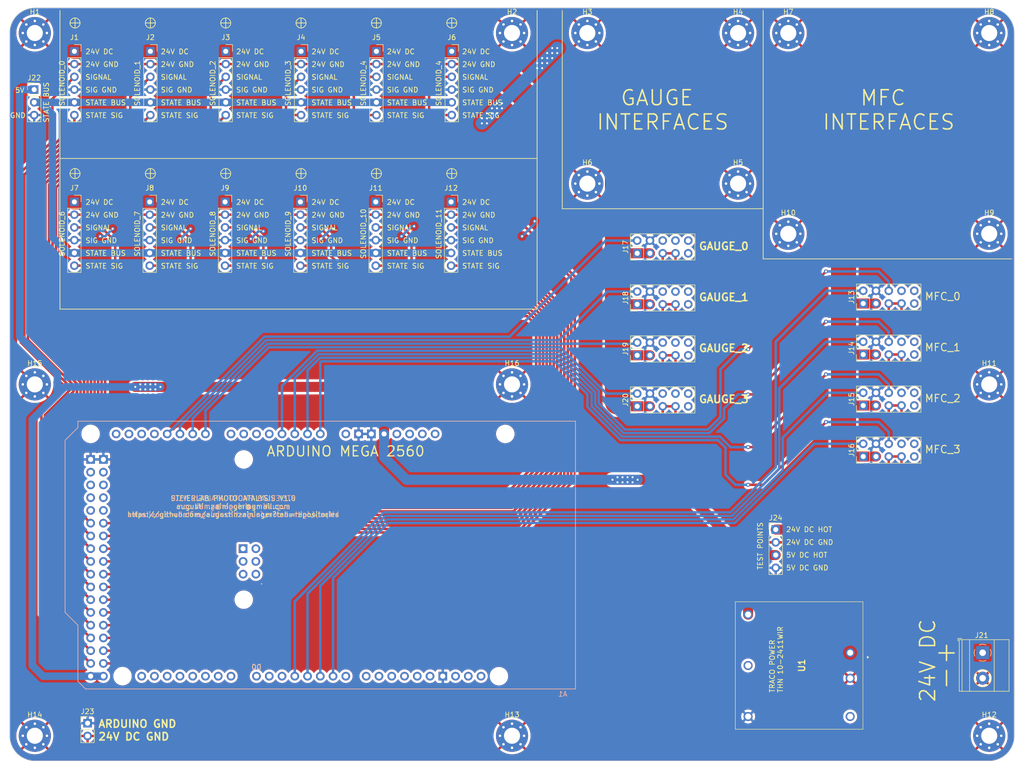
<source format=kicad_pcb>
(kicad_pcb (version 20221018) (generator pcbnew)
  (layers (0 "F.Cu" signal) (31 "B.Cu" signal) (34 "B.Paste" user) (35 "F.Paste" user) (36 "B.SilkS" user "B.Silkscreen") (37 "F.SilkS" user "F.Silkscreen") (38 "B.Mask" user) (39 "F.Mask" user) (44 "Edge.Cuts" user))
  (net 0 "")
  (net 1 "24VDC_HOT")
  (net 2 "24VDC_GND")
  (net 3 "solenoid_0")
  (net 4 "arduino_GND")
  (net 5 "solenoidState_BUS")
  (net 6 "solenoidState_0")
  (net 7 "solenoid_1")
  (net 8 "solenoidState_1")
  (net 9 "solenoid_2")
  (net 10 "solenoidState_2")
  (net 11 "solenoid_3")
  (net 12 "solenoidState_3")
  (net 13 "solenoid_4")
  (net 14 "solenoidState_4")
  (net 15 "solenoid_5")
  (net 16 "solenoidState_5")
  (net 17 "solenoid_6")
  (net 18 "solenoidState_6")
  (net 19 "solenoid_7")
  (net 20 "solenoidState_7")
  (net 21 "solenoid_8")
  (net 22 "solenoidState_8")
  (net 23 "solenoid_9")
  (net 24 "solenoidState_9")
  (net 25 "solenoid_10")
  (net 26 "solenoidState_10")
  (net 27 "solenoid_11")
  (net 28 "solenoidState_11")
  (net 29 "MFC_setpoint_0")
  (net 30 "MFC_actual_0")
  (net 31 "MFC_serialTX_0")
  (net 33 "MFC_serialRX_0")
  (net 34 "MFC_setpoint_1")
  (net 35 "MFC_actual_1")
  (net 37 "MFC_setpoint_2")
  (net 38 "MFC_actual_2")
  (net 40 "MFC_setpoint_3")
  (net 41 "MFC_actual_3")
  (net 43 "gaugeSignal_0")
  (net 48 "gaugeSignal_1")
  (net 53 "gaugeSignal_2")
  (net 58 "gaugeSignal_3")
  (net 64 "arduino_5V")
  (net 113 "MFC_serialTX_1")
  (net 114 "MFC_serialRX_1")
  (net 115 "MFC_serialTX_2")
  (net 116 "MFC_serialRX_2")
  (net 117 "MFC_serialTX_3")
  (net 118 "MFC_serialRX_3")
  (footprint "Connector_PinSocket_2.54mm:PinSocket_1x06_P2.54mm_Vertical" (layer "F.Cu") (at 72.87 38.65)
    (fp_text reference "J11")
    (fp_text value "Conn_01x06")
  )
  (footprint "TerminalBlock_Phoenix:TerminalBlock_Phoenix_MKDS-1,5-2-5.08_1x02_P5.08mm_Horizontal" (layer "F.Cu") (at 193.695 128.455 -90)
    (fp_text reference "J21")
    (fp_text value "Conn_01x02")
  )
  (footprint "MountingHole:MountingHole_3.2mm_M3_Pad_Via" (layer "F.Cu") (at 115 5)
    (fp_text reference "H3")
    (fp_text value "MountingHole_Pad")
  )
  (footprint "Connector_PinHeader_2.54mm:PinHeader_2x05_P2.54mm_Vertical" (layer "F.Cu") (at 124.92 69.21 90)
    (fp_text reference "J19")
    (fp_text value "Conn_02x05_Odd_Even")
  )
  (footprint "Connector_PinHeader_2.54mm:PinHeader_2x05_P2.54mm_Vertical" (layer "F.Cu") (at 169.92 58.89 90)
    (fp_text reference "J13")
    (fp_text value "Conn_02x05_Odd_Even")
  )
  (footprint "Connector_PinHeader_2.54mm:PinHeader_2x05_P2.54mm_Vertical" (layer "F.Cu") (at 124.92 79.37 90)
    (fp_text reference "J20")
    (fp_text value "Conn_02x05_Odd_Even")
  )
  (footprint "Connector_PinHeader_2.54mm:PinHeader_2x05_P2.54mm_Vertical" (layer "F.Cu") (at 169.92 69.05 90)
    (fp_text reference "J14")
    (fp_text value "Conn_02x05_Odd_Even")
  )
  (footprint "MountingHole:MountingHole_3.2mm_M3_Pad_Via" (layer "F.Cu") (at 5 5)
    (fp_text reference "H1")
    (fp_text value "MountingHole_Pad")
  )
  (footprint "MountingHole:MountingHole_3.2mm_M3_Pad_Via" (layer "F.Cu") (at 100 145)
    (fp_text reference "H13")
    (fp_text value "MountingHole_Pad")
  )
  (footprint "arduino-library:Arduino_Mega2560_R3_Shield" (layer "F.Cu") (at 112.63 82.33 180)
    (fp_text reference "A1")
    (fp_text value "Arduino_Mega2560_R3_Shield")
  )
  (footprint "Connector_PinHeader_2.54mm:PinHeader_2x05_P2.54mm_Vertical" (layer "F.Cu") (at 124.92 59.05 90)
    (fp_text reference "J18")
    (fp_text value "Conn_02x05_Odd_Even")
  )
  (footprint "Connector_PinHeader_2.54mm:PinHeader_1x02_P2.54mm_Vertical" (layer "F.Cu") (at 15.5 142.5)
    (fp_text reference "J23")
    (fp_text value "Conn_01x02")
  )
  (footprint "Connector_PinHeader_2.54mm:PinHeader_1x03_P2.54mm_Vertical" (layer "F.Cu") (at 4.87 16.27)
    (fp_text reference "J22")
    (fp_text value "Conn_01x03")
  )
  (footprint "Connector_PinSocket_2.54mm:PinSocket_1x06_P2.54mm_Vertical" (layer "F.Cu") (at 43 8.65)
    (fp_text reference "J3")
    (fp_text value "Conn_01x06")
  )
  (footprint "Connector_PinSocket_2.54mm:PinSocket_1x06_P2.54mm_Vertical" (layer "F.Cu") (at 88 8.65)
    (fp_text reference "J6")
    (fp_text value "Conn_01x06")
  )
  (footprint "MountingHole:MountingHole_3.2mm_M3_Pad_Via" (layer "F.Cu") (at 100 5)
    (fp_text reference "H2")
    (fp_text value "MountingHole_Pad")
  )
  (footprint "MountingHole:MountingHole_3.2mm_M3_Pad_Via" (layer "F.Cu") (at 155 45)
    (fp_text reference "H10")
    (fp_text value "MountingHole_Pad")
  )
  (footprint "MountingHole:MountingHole_3.2mm_M3_Pad_Via" (layer "F.Cu") (at 145 5)
    (fp_text reference "H4")
    (fp_text value "MountingHole_Pad")
  )
  (footprint "MountingHole:MountingHole_3.2mm_M3_Pad_Via" (layer "F.Cu") (at 195 5)
    (fp_text reference "H8")
    (fp_text value "MountingHole_Pad")
  )
  (footprint "Connector_PinSocket_2.54mm:PinSocket_1x06_P2.54mm_Vertical" (layer "F.Cu") (at 42.87 38.65)
    (fp_text reference "J9")
    (fp_text value "Conn_01x06")
  )
  (footprint "Connector_PinSocket_2.54mm:PinSocket_1x06_P2.54mm_Vertical" (layer "F.Cu") (at 12.87 8.65)
    (fp_text reference "J1")
    (fp_text value "Conn_01x06")
  )
  (footprint "Connector_PinHeader_2.54mm:PinHeader_2x05_P2.54mm_Vertical" (layer "F.Cu") (at 124.92 48.89 90)
    (fp_text reference "J17")
    (fp_text value "Conn_02x05_Odd_Even")
  )
  (footprint "Connector_PinSocket_2.54mm:PinSocket_1x06_P2.54mm_Vertical" (layer "F.Cu") (at 87.87 38.65)
    (fp_text reference "J12")
    (fp_text value "Conn_01x06")
  )
  (footprint "Connector_PinSocket_2.54mm:PinSocket_1x06_P2.54mm_Vertical" (layer "F.Cu") (at 73 8.65)
    (fp_text reference "J5")
    (fp_text value "Conn_01x06")
  )
  (footprint "Connector_PinSocket_2.54mm:PinSocket_1x06_P2.54mm_Vertical" (layer "F.Cu") (at 57.87 38.65)
    (fp_text reference "J10")
    (fp_text value "Conn_01x06")
  )
  (footprint "Connector_PinHeader_2.54mm:PinHeader_2x05_P2.54mm_Vertical" (layer "F.Cu") (at 169.92 89.37 90)
    (fp_text reference "J16")
    (fp_text value "Conn_02x05_Odd_Even")
  )
  (footprint "MountingHole:MountingHole_3.2mm_M3_Pad_Via" (layer "F.Cu") (at 195 75)
    (fp_text reference "H11")
    (fp_text value "MountingHole_Pad")
  )
  (footprint "Connector_PinSocket_2.54mm:PinSocket_1x06_P2.54mm_Vertical" (layer "F.Cu") (at 28 8.65)
    (fp_text reference "J2")
    (fp_text value "Conn_01x06")
  )
  (footprint "MountingHole:MountingHole_3.2mm_M3_Pad_Via" (layer "F.Cu") (at 115 35)
    (fp_text reference "H6")
    (fp_text value "MountingHole_Pad")
  )
  (footprint "MountingHole:MountingHole_3.2mm_M3_Pad_Via" (layer "F.Cu") (at 100 75)
    (fp_text reference "H16")
    (fp_text value "MountingHole_Pad")
  )
  (footprint "MountingHole:MountingHole_3.2mm_M3_Pad_Via" (layer "F.Cu") (at 195 145)
    (fp_text reference "H12")
    (fp_text value "MountingHole_Pad")
  )
  (footprint "MountingHole:MountingHole_3.2mm_M3_Pad_Via" (layer "F.Cu") (at 5 145)
    (fp_text reference "H14")
    (fp_text value "MountingHole_Pad")
  )
  (footprint "MountingHole:MountingHole_3.2mm_M3_Pad_Via" (layer "F.Cu") (at 5 75)
    (fp_text reference "H15")
    (fp_text value "MountingHole_Pad")
  )
  (footprint "MountingHole:MountingHole_3.2mm_M3_Pad_Via" (layer "F.Cu") (at 195 45)
    (fp_text reference "H9")
    (fp_text value "MountingHole_Pad")
  )
  (footprint "Connector_PinHeader_2.54mm:PinHeader_2x05_P2.54mm_Vertical" (layer "F.Cu") (at 169.92 79.21 90)
    (fp_text reference "J15")
    (fp_text value "Conn_02x05_Odd_Even")
  )
  (footprint "MountingHole:MountingHole_3.2mm_M3_Pad_Via" (layer "F.Cu") (at 145 35)
    (fp_text reference "H5")
    (fp_text value "MountingHole_Pad")
  )
  (footprint "Connector_PinSocket_2.54mm:PinSocket_1x06_P2.54mm_Vertical" (layer "F.Cu") (at 12.87 38.65)
    (fp_text reference "J7")
    (fp_text value "Conn_01x06")
  )
  (footprint "MountingHole:MountingHole_3.2mm_M3_Pad_Via" (layer "F.Cu") (at 155 5)
    (fp_text reference "H7")
    (fp_text value "MountingHole_Pad")
  )
  (footprint "Connector_PinSocket_2.54mm:PinSocket_1x06_P2.54mm_Vertical" (layer "F.Cu") (at 27.87 38.65)
    (fp_text reference "J8")
    (fp_text value "Conn_01x06")
  )
  (footprint "Connector_PinSocket_2.54mm:PinSocket_1x06_P2.54mm_Vertical" (layer "F.Cu") (at 58 8.65)
    (fp_text reference "J4")
    (fp_text value "Conn_01x06")
  )
  (footprint "Connector_PinHeader_2.54mm:PinHeader_1x04_P2.54mm_Vertical" (layer "F.Cu") (at 152.5 103.92)
    (fp_text reference "J24")
    (fp_text value "Conn_01x04")
  )
  (footprint "customFootprints:THN102410WIR" (layer "F.Cu") (at 167.32 128.46 90)
    (fp_text reference "U1")
    (fp_text value "~" hide)
  )
  (gr_line (start 72 33) (end 74 33) (stroke (width 0.15)) (layer "F.SilkS"))
  (gr_line (start 88 2) (end 88 4) (stroke (width 0.15)) (layer "F.SilkS"))
  (gr_circle (center 58 33) (end 59 33) (stroke (width 0.15)) (fill none) (layer "F.SilkS"))
  (gr_line (start 27 33) (end 29 33) (stroke (width 0.15)) (layer "F.SilkS"))
  (gr_line (start 150 40) (end 150 0.5) (stroke (width 0.15)) (layer "F.SilkS"))
  (gr_line (start 12 33) (end 14 33) (stroke (width 0.15)) (layer "F.SilkS"))
  (gr_line (start 73 32) (end 73 34) (stroke (width 0.15)) (layer "F.SilkS"))
  (gr_line (start 13 32) (end 13 34) (stroke (width 0.15)) (layer "F.SilkS"))
  (gr_circle (center 73 33) (end 74 33) (stroke (width 0.15)) (fill none) (layer "F.SilkS"))
  (gr_line (start 10 60) (end 10 0.5) (stroke (width 0.15)) (layer "F.SilkS"))
  (gr_circle (center 73 3) (end 74 3) (stroke (width 0.15)) (fill none) (layer "F.SilkS"))
  (gr_circle (center 58 3) (end 59 3) (stroke (width 0.15)) (fill none) (layer "F.SilkS"))
  (gr_line (start 186.5 132) (end 186.5 135) (stroke (width 0.3)) (layer "F.SilkS"))
  (gr_circle (center 43 33) (end 44 33) (stroke (width 0.15)) (fill none) (layer "F.SilkS"))
  (gr_line (start 150 40) (end 150 50) (stroke (width 0.15)) (layer "F.SilkS"))
  (gr_circle (center 88 33) (end 89 33) (stroke (width 0.15)) (fill none) (layer "F.SilkS"))
  (gr_line (start 43 2) (end 43 4) (stroke (width 0.15)) (layer "F.SilkS"))
  (gr_line (start 58 2) (end 58 4) (stroke (width 0.15)) (layer "F.SilkS"))
  (gr_line (start 27 3) (end 29 3) (stroke (width 0.15)) (layer "F.SilkS"))
  (gr_line (start 87 3) (end 89 3) (stroke (width 0.15)) (layer "F.SilkS"))
  (gr_line (start 42 3) (end 44 3) (stroke (width 0.15)) (layer "F.SilkS"))
  (gr_line (start 57 33) (end 59 33) (stroke (width 0.15)) (layer "F.SilkS"))
  (gr_line (start 58 32) (end 58 34) (stroke (width 0.15)) (layer "F.SilkS"))
  (gr_circle (center 28 3) (end 29 3) (stroke (width 0.15)) (fill none) (layer "F.SilkS"))
  (gr_line (start 43 32) (end 43 34) (stroke (width 0.15)) (layer "F.SilkS"))
  (gr_line (start 186.5 127) (end 186.5 130) (stroke (width 0.3)) (layer "F.SilkS"))
  (gr_line (start 110 0.5) (end 110 40) (stroke (width 0.15)) (layer "F.SilkS"))
  (gr_circle (center 43 3) (end 44 3) (stroke (width 0.15)) (fill none) (layer "F.SilkS"))
  (gr_line (start 105 60) (end 10 60) (stroke (width 0.15)) (layer "F.SilkS"))
  (gr_line (start 42 33) (end 44 33) (stroke (width 0.15)) (layer "F.SilkS"))
  (gr_line (start 28 2) (end 28 4) (stroke (width 0.15)) (layer "F.SilkS"))
  (gr_line (start 150 50) (end 199.5 50) (stroke (width 0.15)) (layer "F.SilkS"))
  (gr_line (start 105 0.5) (end 105 60) (stroke (width 0.15)) (layer "F.SilkS"))
  (gr_line (start 72 3) (end 74 3) (stroke (width 0.15)) (layer "F.SilkS"))
  (gr_line (start 13 2) (end 13 4) (stroke (width 0.15)) (layer "F.SilkS"))
  (gr_line (start 73 2) (end 73 4) (stroke (width 0.15)) (layer "F.SilkS"))
  (gr_circle (center 13 3) (end 14 3) (stroke (width 0.15)) (fill none) (layer "F.SilkS"))
  (gr_line (start 28 32) (end 28 34) (stroke (width 0.15)) (layer "F.SilkS"))
  (gr_line (start 110 40) (end 150 40) (stroke (width 0.15)) (layer "F.SilkS"))
  (gr_circle (center 28 33) (end 29 33) (stroke (width 0.15)) (fill none) (layer "F.SilkS"))
  (gr_circle (center 88 3) (end 89 3) (stroke (width 0.15)) (fill none) (layer "F.SilkS"))
  (gr_circle (center 13 33) (end 14 33) (stroke (width 0.15)) (fill none) (layer "F.SilkS"))
  (gr_line (start 57 3) (end 59 3) (stroke (width 0.15)) (layer "F.SilkS"))
  (gr_line (start 185 128.5) (end 188 128.5) (stroke (width 0.3)) (layer "F.SilkS"))
  (gr_line (start 88 32) (end 88 34) (stroke (width 0.15)) (layer "F.SilkS"))
  (gr_line (start 10 30) (end 105 30) (stroke (width 0.15)) (layer "F.SilkS"))
  (gr_line (start 12 3) (end 14 3) (stroke (width 0.15)) (layer "F.SilkS"))
  (gr_line (start 87 33) (end 89 33) (stroke (width 0.15)) (layer "F.SilkS"))
  (gr_arc (start 200 145) (mid 198.535534 148.535534) (end 195 150) (stroke (width 0.1)) (layer "Edge.Cuts"))
  (gr_arc (start 195 0) (mid 198.535534 1.464466) (end 200 5) (stroke (width 0.1)) (layer "Edge.Cuts"))
  (gr_line (start 200 5) (end 200 145) (stroke (width 0.1)) (layer "Edge.Cuts"))
  (gr_line (start 0 145) (end 0 5) (stroke (width 0.1)) (layer "Edge.Cuts"))
  (gr_line (start 195 150) (end 5 150) (stroke (width 0.1)) (layer "Edge.Cuts"))
  (gr_line (start 5 0) (end 195 0) (stroke (width 0.1)) (layer "Edge.Cuts"))
  (gr_arc (start 0 5) (mid 1.464466 1.464466) (end 5 0) (stroke (width 0.1)) (layer "Edge.Cuts"))
  (gr_arc (start 5 150) (mid 1.464466 148.535534) (end 0 145) (stroke (width 0.1)) (layer "Edge.Cuts"))
  (gr_text "STEIERLAB PHOTOCATALYSIS V1.0\naugustin.zaininger@gmail.com\nhttps://github.com/augustinzaininger?tab=repositories" (at 44.5 101.5) (layer "B.SilkS") (effects (font (size 1 1)) (justify bottom mirror)))
  (gr_text "MFC_3" (at 182.08 88.83) (layer "F.SilkS") (effects (font (size 1.5 1.5) (thickness 0.2)) (justify left bottom)))
  (gr_text "STATE SIG" (at 60 52) (layer "F.SilkS") (effects (font (size 1 1)) (justify left bottom)))
  (gr_text "STATE SIG" (at 45 52) (layer "F.SilkS") (effects (font (size 1 1)) (justify left bottom)))
  (gr_text "GND" (at 0 22) (layer "F.SilkS") (effects (font (size 1 1)) (justify left bottom)))
  (gr_text "STATE SIG" (at 30 52) (layer "F.SilkS") (effects (font (size 1 1)) (justify left bottom)))
  (gr_text "24V DC" (at 30 39.3) (layer "F.SilkS") (effects (font (size 1 1)) (justify left bottom)))
  (gr_text "SOLENOID_7" (at 26 45 90) (layer "F.SilkS") (effects (font (size 1 1)) (justify bottom)))
  (gr_text "24V GND" (at 30 11.84) (layer "F.SilkS") (effects (font (size 1 1)) (justify left bottom)))
  (gr_text "SOLENOID_4" (at 86 15 90) (layer "F.SilkS") (effects (font (size 1 1)) (justify bottom)))
  (gr_text "SIG GND" (at 60 16.92) (layer "F.SilkS") (effects (font (size 1 1)) (justify left bottom)))
  (gr_text "STATE SIG" (at 15 52) (layer "F.SilkS") (effects (font (size 1 1)) (justify left bottom)))
  (gr_text "SOLENOID_10" (at 71 45 90) (layer "F.SilkS") (effects (font (size 1 1)) (justify bottom)))
  (gr_text "24V DC" (at 75 9.3) (layer "F.SilkS") (effects (font (size 1 1)) (justify left bottom)))
  (gr_text "STATE SIG" (at 75 52) (layer "F.SilkS") (effects (font (size 1 1)) (justify left bottom)))
  (gr_text "SIG GND" (at 30 46.92) (layer "F.SilkS") (effects (font (size 1 1)) (justify left bottom)))
  (gr_text "STATE BUS" (at 60 19.46) (layer "F.SilkS") (effects (font (size 1 1)) (justify left bottom)))
  (gr_text "STATE SIG" (at 90 52) (layer "F.SilkS") (effects (font (size 1 1)) (justify left bottom)))
  (gr_text "SIGNAL" (at 90 14.38) (layer "F.SilkS") (effects (font (size 1 1)) (justify left bottom)))
  (gr_text "GAUGE_0" (at 137.08 48.35) (layer "F.SilkS") (effects (font (size 1.5 1.5) (thickness 0.3) bold) (justify left bottom)))
  (gr_text "24V GND" (at 75 11.84) (layer "F.SilkS") (effects (font (size 1 1)) (justify left bottom)))
  (gr_text "24V GND" (at 60 11.84) (layer "F.SilkS") (effects (font (size 1 1)) (justify left bottom)))
  (gr_text "24V GND" (at 45 41.84) (layer "F.SilkS") (effects (font (size 1 1)) (justify left bottom)))
  (gr_text "24V DC" (at 90 39.3) (layer "F.SilkS") (effects (font (size 1 1)) (justify left bottom)))
  (gr_text "24V GND" (at 30 41.84) (layer "F.SilkS") (effects (font (size 1 1)) (justify left bottom)))
  (gr_text "STATE BUS" (at 30 19.46) (layer "F.SilkS") (effects (font (size 1 1)) (justify left bottom)))
  (gr_text "5V" (at 1 17) (layer "F.SilkS") (effects (font (size 1 1)) (justify left bottom)))
  (gr_text "STATE BUS" (at 15 49.46) (layer "F.SilkS") (effects (font (size 1 1)) (justify left bottom)))
  (gr_text "5V DC HOT" (at 154.5 109.58) (layer "F.SilkS") (effects (font (size 1 1)) (justify left bottom)))
  (gr_text "MFC_2" (at 182.08 78.67) (layer "F.SilkS") (effects (font (size 1.5 1.5) (thickness 0.2)) (justify left bottom)))
  (gr_text "SIG GND" (at 15 16.92) (layer "F.SilkS") (effects (font (size 1 1)) (justify left bottom)))
  (gr_text "5V DC GND" (at 154.5 112.12) (layer "F.SilkS") (effects (font (size 1 1)) (justify left bottom)))
  (gr_text "24V DC" (at 45 9.3) (layer "F.SilkS") (effects (font (size 1 1)) (justify left bottom)))
  (gr_text "SIG GND" (at 30 16.92) (layer "F.SilkS") (effects (font (size 1 1)) (justify left bottom)))
  (gr_text "24V DC HOT" (at 154.5 104.5) (layer "F.SilkS") (effects (font (size 1 1)) (justify left bottom)))
  (gr_text "SIGNAL" (at 15 14.38) (layer "F.SilkS") (effects (font (size 1 1)) (justify left bottom)))
  (gr_text "SIGNAL" (at 75 14.38) (layer "F.SilkS") (effects (font (size 1 1)) (justify left bottom)))
  (gr_text "GAUGE \nINTERFACES" (at 130 24.5) (layer "F.SilkS") (effects (font (size 3 3) (thickness 0.3)) (justify bottom)))
  (gr_text "24V DC" (at 184.5 138.5 90) (layer "F.SilkS") (effects (font (size 3 3) (thickness 0.3)) (justify left bottom)))
  (gr_text "STATE BUS" (at 60 49.46) (layer "F.SilkS") (effects (font (size 1 1)) (justify left bottom)))
  (gr_text "24V GND" (at 15 41.84) (layer "F.SilkS") (effects (font (size 1 1)) (justify left bottom)))
  (gr_text "24V GND" (at 60 41.84) (layer "F.SilkS") (effects (font (size 1 1)) (justify left bottom)))
  (gr_text "STATE SIG" (at 45 22) (layer "F.SilkS") (effects (font (size 1 1)) (justify left bottom)))
  (gr_text "SOLENOID_1" (at 26 15 90) (layer "F.SilkS") (effects (font (size 1 1)) (justify bottom)))
  (gr_text "24V DC GND" (at 17.5 146.04) (layer "F.SilkS") (effects (font (size 1.5 1.5) (thickness 0.3) bold) (justify left bottom)))
  (gr_text "SOLENOID_0" (at 11 15 90) (layer "F.SilkS") (effects (font (size 1 1)) (justify bottom)))
  (gr_text "STATE BUS" (at 90 49.46) (layer "F.SilkS") (effects (font (size 1 1)) (justify left bottom)))
  (gr_text "STATE SIG" (at 60 22) (layer "F.SilkS") (effects (font (size 1 1)) (justify left bottom)))
  (gr_text "SIGNAL" (at 45 44.38) (layer "F.SilkS") (effects (font (size 1 1)) (justify left bottom)))
  (gr_text "STATE SIG" (at 30 22) (layer "F.SilkS") (effects (font (size 1 1)) (justify left bottom)))
  (gr_text "STATE SIG" (at 90 22) (layer "F.SilkS") (effects (font (size 1 1)) (justify left bottom)))
  (gr_text "SOLENOID_11" (at 86 45 90) (layer "F.SilkS") (effects (font (size 1 1)) (justify bottom)))
  (gr_text "SIG GND" (at 15 46.92) (layer "F.SilkS") (effects (font (size 1 1)) (justify left bottom)))
  (gr_text "STATE SIG" (at 15 22) (layer "F.SilkS") (effects (font (size 1 1)) (justify left bottom)))
  (gr_text "SIGNAL" (at 60 44.38) (layer "F.SilkS") (effects (font (size 1 1)) (justify left bottom)))
  (gr_text "24V DC" (at 15 39.3) (layer "F.SilkS") (effects (font (size 1 1)) (justify left bottom)))
  (gr_text "GAUGE_1" (at 137.08 58.51) (layer "F.SilkS") (effects (font (size 1.5 1.5) (thickness 0.3) bold) (justify left bottom)))
  (gr_text "SIG GND" (at 90 16.92) (layer "F.SilkS") (effects (font (size 1 1)) (justify left bottom)))
  (gr_text "STATE BUS" (at 90 19.46) (layer "F.SilkS") (effects (font (size 1 1)) (justify left bottom)))
  (gr_text "STATE BUS" (at 7.87 18.81 90) (layer "F.SilkS") (effects (font (size 1 1)) (justify bottom)))
  (gr_text "SIGNAL" (at 30 44.38) (layer "F.SilkS") (effects (font (size 1 1)) (justify left bottom)))
  (gr_text "SIGNAL" (at 30 14.38) (layer "F.SilkS") (effects (font (size 1 1)) (justify left bottom)))
  (gr_text "STATE BUS" (at 75 49.46) (layer "F.SilkS") (effects (font (size 1 1)) (justify left bottom)))
  (gr_text "24V DC" (at 60 39.3) (layer "F.SilkS") (effects (font (size 1 1)) (justify left bottom)))
  (gr_text "STATE BUS" (at 15 19.46) (layer "F.SilkS") (effects (font (size 1 1)) (justify left bottom)))
  (gr_text "SIG GND" (at 45 46.92) (layer "F.SilkS") (effects (font (size 1 1)) (justify left bottom)))
  (gr_text "SIG GND" (at 90 46.92) (layer "F.SilkS") (effects (font (size 1 1)) (justify left bottom)))
  (gr_text "SIG GND" (at 75 16.92) (layer "F.SilkS") (effects (font (size 1 1)) (justify left bottom)))
  (gr_text "GAUGE_2" (at 137.08 68.67) (layer "F.SilkS") (effects (font (size 1.5 1.5) (thickness 0.3) bold) (justify left bottom)))
  (gr_text "STATE BUS" (at 75 19.46) (layer "F.SilkS") (effects (font (size 1 1)) (justify left bottom)))
  (gr_text "24V DC" (at 15 9.3) (layer "F.SilkS") (effects (font (size 1 1)) (justify left bottom)))
  (gr_text "SOLENOID_3" (at 56 15 90) (layer "F.SilkS") (effects (font (size 1 1)) (justify bottom)))
  (gr_text "24V GND" (at 90 41.84) (layer "F.SilkS") (effects (font (size 1 1)) (justify left bottom)))
  (gr_text "24V DC" (at 60 9.3) (layer "F.SilkS") (effects (font (size 1 1)) (justify left bottom)))
  (gr_text "24V DC" (at 90 9.3) (layer "F.SilkS") (effects (font (size 1 1)) (justify left bottom)))
  (gr_text "SOLENOID_6" (at 11 45 90) (layer "F.SilkS") (effects (font (size 1 1)) (justify bottom)))
  (gr_text "ARDUINO MEGA 2560" (at 51 89.5) (layer "F.SilkS") (effects (font (size 2 2) (thickness 0.25)) (justify left bottom)))
  (gr_text "STATE BUS" (at 45 19.46) (layer "F.SilkS") (effects (font (size 1 1)) (justify left bottom)))
  (gr_text "SIGNAL" (at 75 44.38) (layer "F.SilkS") (effects (font (size 1 1)) (justify left bottom)))
  (gr_text "TEST POINTS" (at 150 112 90) (layer "F.SilkS") (effects (font (size 1 1)) (justify left bottom)))
  (gr_text "ARDUINO GND" (at 17.5 143.5) (layer "F.SilkS") (effects (font (size 1.5 1.5) (thickness 0.3) bold) (justify left bottom)))
  (gr_text "SOLENOID_9" (at 56 45 90) (layer "F.SilkS") (effects (font (size 1 1)) (justify bottom)))
  (gr_text "24V GND" (at 45 11.84) (layer "F.SilkS") (effects (font (size 1 1)) (justify left bottom)))
  (gr_text "24V GND" (at 75 41.84) (layer "F.SilkS") (effects (font (size 1 1)) (justify left bottom)))
  (gr_text "STATE BUS" (at 45 49.46) (layer "F.SilkS") (effects (font (size 1 1)) (justify left bottom)))
  (gr_text "24V DC" (at 75 39.3) (layer "F.SilkS") (effects (font (size 1 1)) (justify left bottom)))
  (gr_text "24V GND" (at 15 11.84) (layer "F.SilkS") (effects (font (size 1 1)) (justify left bottom)))
  (gr_text "24V GND" (at 90 11.84) (layer "F.SilkS") (effects (font (size 1 1)) (justify left bottom)))
  (gr_text "SOLENOID_4" (at 71 15 90) (layer "F.SilkS") (effects (font (size 1 1)) (justify bottom)))
  (gr_text "SIG GND" (at 60 46.92) (layer "F.SilkS") (effects (font (size 1 1)) (justify left bottom)))
  (gr_text "SIG GND" (at 45 16.92) (layer "F.SilkS") (effects (font (size 1 1)) (justify left bottom)))
  (gr_text "SIGNAL" (at 60 14.38) (layer "F.SilkS") (effects (font (size 1 1)) (justify left bottom)))
  (gr_text "SIGNAL" (at 90 44.38) (layer "F.SilkS") (effects (font (size 1 1)) (justify left bottom)))
  (gr_text "SOLENOID_8" (at 41 45 90) (layer "F.SilkS") (effects (font (size 1 1)) (justify bottom)))
  (gr_text "24V DC" (at 45 39.3) (layer "F.SilkS") (effects (font (size 1 1)) (justify left bottom)))
  (gr_text "24V DC" (at 30 9.3) (layer "F.SilkS") (effects (font (size 1 1)) (justify left bottom)))
  (gr_text "SIG GND" (at 75 46.92) (layer "F.SilkS") (effects (font (size 1 1)) (justify left bottom)))
  (gr_text "24V DC GND" (at 154.5 107.04) (layer "F.SilkS") (effects (font (size 1 1)) (justify left bottom)))
  (gr_text "MFC \nINTERFACES" (at 175 24.5) (layer "F.SilkS") (effects (font (size 3 3) (thickness 0.3)) (justify bottom)))
  (gr_text "GAUGE_3" (at 137.08 78.83) (layer "F.SilkS") (effects (font (size 1.5 1.5) (thickness 0.3) bold) (justify left bottom)))
  (gr_text "MFC_1" (at 182.08 68.51) (layer "F.SilkS") (effects (font (size 1.5 1.5) (thickness 0.2)) (justify left bottom)))
  (gr_text "SIGNAL" (at 15 44.38) (layer "F.SilkS") (effects (font (size 1 1)) (justify left bottom)))
  (gr_text "TRACO POWER\nTHN 10-2411WIR" (at 154 136.5 90) (layer "F.SilkS") (effects (font (size 1 1)) (justify left bottom)))
  (gr_text "STEIERLAB PHOTOCATALYSIS V1.0\naugustin.zaininger@gmail.com\nhttps://github.com/augustinzaininger?tab=repositories" (at 44.5 101.5) (layer "F.SilkS") (effects (font (size 1 1)) (justify bottom)))
  (gr_text "SIGNAL" (at 45 14.38) (layer "F.SilkS") (effects (font (size 1 1)) (justify left bottom)))
  (gr_text "STATE BUS" (at 30 49.46) (layer "F.SilkS") (effects (font (size 1 1)) (justify left bottom)))
  (gr_text "SOLENOID_2" (at 41 15 90) (layer "F.SilkS") (effects (font (size 1 1)) (justify bottom)))
  (gr_text "MFC_0" (at 182.08 58.35) (layer "F.SilkS") (effects (font (size 1.5 1.5) (thickness 0.2)) (justify left bottom)))
  (gr_text "STATE SIG" (at 75 22) (layer "F.SilkS") (effects (font (size 1 1)) (justify left bottom)))
  (segment (start 121.39 48.89) (end 121 48.5) (width 2) (layer "F.Cu") (net 1))
  (segment (start 152.5 103.92) (end 159 103.92) (width 2) (layer "F.Cu") (net 1))
  (segment (start 161.5 22) (end 166 26.5) (width 5) (layer "F.Cu") (net 1))
  (segment (start 127.46 48.89) (end 121.39 48.89) (width 2) (layer "F.Cu") (net 1))
  (segment (start 159.08 104.08) (end 166 111) (width 2) (layer "F.Cu") (net 1))
  (segment (start 166 104) (end 166 111) (width 5) (layer "F.Cu") (net 1))
  (segment (start 166 69) (end 166 79.5) (width 5) (layer "F.Cu") (net 1))
  (segment (start 159 103.92) (end 165.92 103.92) (width 2) (layer "F.Cu") (net 1))
  (segment (start 114 22) (end 121 29) (width 5) (layer "F.Cu") (net 1))
  (segment (start 121 59) (end 121 69.5) (width 5) (layer "F.Cu") (net 1))
  (segment (start 166.11 58.89) (end 166 59) (width 2) (layer "F.Cu") (net 1))
  (segment (start 166 85.5) (end 166 88.5) (width 5) (layer "F.Cu") (net 1))
  (segment (start 166 26.5) (end 166 59) (width 5) (layer "F.Cu") (net 1))
  (segment (start 121 29) (end 121 48.5) (width 5) (layer "F.Cu") (net 1))
  (segment (start 161.5 22) (end 149 22) (width 5) (layer "F.Cu") (net 1))
  (segment (start 172.46 69.05) (end 166.05 69.05) (width 2) (layer "F.Cu") (net 1))
  (segment (start 166 59) (end 166 69) (width 5) (layer "F.Cu") (net 1))
  (segment (start 121 69.5) (end 121 78.5) (width 5) (layer "F.Cu") (net 1))
  (segment (start 92.64 7.64) (end 12.87 7.64) (width 5) (layer "F.Cu") (net 1))
  (segment (start 107 22) (end 92.64 7.64) (width 5) (layer "F.Cu") (net 1))
  (segment (start 166 97) (end 166 104) (width 5) (layer "F.Cu") (net 1))
  (segment (start 166 85.5) (end 166 97) (width 5) (layer "F.Cu") (net 1))
  (segment (start 166.05 69.05) (end 166 69) (width 2) (layer "F.Cu") (net 1))
  (segment (start 166 79.5) (end 166 85.5) (width 5) (layer "F.Cu") (net 1))
  (segment (start 166.87 89.37) (end 166 88.5) (width 2) (layer "F.Cu") (net 1))
  (segment (start 159.08 103.92) (end 159.08 104.08) (width 2) (layer "F.Cu") (net 1))
  (segment (start 167.32 128.5) (end 193.65 128.5) (width 5) (layer "F.Cu") (net 1))
  (segment (start 91.36 37.64) (end 12.87 37.64) (width 5) (layer "F.Cu") (net 1))
  (segment (start 166 127.18) (end 167.32 128.5) (width 5) (layer "F.Cu") (net 1))
  (segment (start 166 115.33) (end 166 127.18) (width 5) (layer "F.Cu") (net 1))
  (segment (start 172.46 89.37) (end 166.87 89.37) (width 2) (layer "F.Cu") (net 1))
  (segment (start 121 48.5) (end 121 59) (width 5) (layer "F.Cu") (net 1))
  (segment (start 165.92 103.92) (end 166 104) (width 2) (layer "F.Cu") (net 1))
  (segment (start 172.46 79.21) (end 166.29 79.21) (width 2) (layer "F.Cu") (net 1))
  (segment (start 159.08 103.92) (end 166 97) (width 2) (layer "F.Cu") (net 1))
  (segment (start 121.29 69.21) (end 121 69.5) (width 2) (layer "F.Cu") (net 1))
  (segment (start 166.29 79.21) (end 166 79.5) (width 2) (layer "F.Cu") (net 1))
  (segment (start 114 22) (end 107 22) (width 5) (layer "F.Cu") (net 1))
  (segment (start 107 22) (end 91.36 37.64) (width 5) (layer "F.Cu") (net 1))
  (segment (start 127.46 69.21) (end 121.29 69.21) (width 2) (layer "F.Cu") (net 1))
  (segment (start 127.46 59.05) (end 121.05 59.05) (width 2) (layer "F.Cu") (net 1))
  (segment (start 121.87 79.37) (end 121 78.5) (width 2) (layer "F.Cu") (net 1))
  (segment (start 172.46 58.89) (end 166.11 58.89) (width 2) (layer "F.Cu") (net 1))
  (segment (start 149 22) (end 114 22) (width 5) (layer "F.Cu") (net 1))
  (segment (start 159 103.92) (end 159.08 103.92) (width 2) (layer "F.Cu") (net 1))
  (segment (start 127.46 79.37) (end 121.87 79.37) (width 2) (layer "F.Cu") (net 1))
  (segment (start 166 111) (end 166 115.33) (width 5) (layer "F.Cu") (net 1))
  (segment (start 121.05 59.05) (end 121 59) (width 2) (layer "F.Cu") (net 1))
  (via (at 98 19) (size 0.8) (drill 0.4) (layers "F.Cu" "B.Cu") (net 2))
  (via (at 20.5 44) (size 0.8) (drill 0.4) (layers "F.Cu" "B.Cu") (net 2))
  (via (at 108 8) (size 0.8) (drill 0.4) (layers "F.Cu" "B.Cu") (net 2))
  (via (at 107 9) (size 0.8) (drill 0.4) (layers "F.Cu" "B.Cu") (net 2))
  (via (at 104.5 42.5) (size 0.8) (drill 0.4) (layers "F.Cu" "B.Cu") (net 2))
  (via (at 107 10) (size 0.8) (drill 0.4) (layers "F.Cu" "B.Cu") (net 2))
  (via (at 50.5 44.5) (size 0.8) (drill 0.4) (layers "F.Cu" "B.Cu") (net 2))
  (via (at 97 20) (size 0.8) (drill 0.4) (layers "F.Cu" "B.Cu") (net 2))
  (via (at 95 23) (size 0.8) (drill 0.4) (layers "F.Cu" "B.Cu") (net 2))
  (via (at 98 20) (size 0.8) (drill 0.4) (layers "F.Cu" "B.Cu") (net 2))
  (via (at 36 44) (size 0.8) (drill 0.4) (layers "F.Cu" "B.Cu") (net 2))
  (via (at 96 20) (size 0.8) (drill 0.4) (layers "F.Cu" "B.Cu") (net 2))
  (via (at 94 22) (size 0.8) (drill 0.4) (layers "F.Cu" "B.Cu") (net 2))
  (via (at 95 22) (size 0.8) (drill 0.4) (layers "F.Cu" "B.Cu") (net 2))
  (via (at 80.5 43.5) (size 0.8) (drill 0.4) (layers "F.Cu" "B.Cu") (net 2))
  (via (at 64.5 44) (size 0.8) (drill 0.4) (layers "F.Cu" "B.Cu") (net 2))
  (via (at 108 10) (size 0.8) (drill 0.4) (layers "F.Cu" "B.Cu") (net 2))
  (via (at 106 10) (size 0.8) (drill 0.4) (layers "F.Cu" "B.Cu") (net 2))
  (via (at 96 22) (size 0.8) (drill 0.4) (layers "F.Cu" "B.Cu") (net 2))
  (via (at 95 21) (size 0.8) (drill 0.4) (layers "F.Cu" "B.Cu") (net 2))
  (via (at 105 12) (size 0.8) (drill 0.4) (layers "F.Cu" "B.Cu") (net 2))
  (via (at 34 46) (size 0.8) (drill 0.4) (layers "F.Cu" "B.Cu") (net 2))
  (via (at 94 23) (size 0.8) (drill 0.4) (layers "F.Cu" "B.Cu") (net 2))
  (via (at 109 9) (size 0.8) (drill 0.4) (layers "F.Cu" "B.Cu") (net 2))
  (via (at 97 19) (size 0.8) (drill 0.4) (layers "F.Cu" "B.Cu") (net 2))
  (via (at 106 11) (size 0.8) (drill 0.4) (layers "F.Cu" "B.Cu") (net 2))
  (via (at 48 46) (size 0.8) (drill 0.4) (layers "F.Cu" "B.Cu") (net 2))
  (via (at 102 45.5) (size 0.8) (drill 0.4) (layers "F.Cu" "B.Cu") (net 2))
  (via (at 108 9) (size 0.8) (drill 0.4) (layers "F.Cu" "B.Cu") (net 2))
  (via (at 107 11) (size 0.8) (drill 0.4) (layers "F.Cu" "B.Cu") (net 2))
  (via (at 62 46) (size 0.8) (drill 0.4) (layers "F.Cu" "B.Cu") (net 2))
  (via (at 96 21) (size 0.8) (drill 0.4) (layers "F.Cu" "B.Cu") (net 2))
  (via (at 78 45.5) (size 0.8) (drill 0.4) (layers "F.Cu" "B.Cu") (net 2))
  (via (at 109 8) (size 0.8) (drill 0.4) (layers "F.Cu" "B.Cu") (net 2))
  (via (at 105 11) (size 0.8) (drill 0.4) (layers "F.Cu" "B.Cu") (net 2))
  (via (at 97 21) (size 0.8) (drill 0.4) (layers "F.Cu" "B.Cu") (net 2))
  (via (at 106 12) (size 0.8) (drill 0.4) (layers "F.Cu" "B.Cu") (net 2))
  (via (at 18 45.5) (size 0.8) (drill 0.4) (layers "F.Cu" "B.Cu") (net 2))
  (segment (start 64.5 44) (end 64 44) (width 0.5) (layer "B.Cu") (net 2))
  (segment (start 64 44) (end 62 46) (width 0.5) (layer "B.Cu") (net 2))
  (segment (start 36 44) (end 34 46) (width 0.5) (layer "B.Cu") (net 2))
  (segment (start 104.5 43) (end 102 45.5) (width 0.5) (layer "B.Cu") (net 2))
  (segment (start 49.5 44.5) (end 48 46) (width 0.5) (layer "B.Cu") (net 2))
  (segment (start 80 43.5) (end 78 45.5) (width 0.5) (layer "B.Cu") (net 2))
  (segment (start 80.5 43.5) (end 80 43.5) (width 0.5) (layer "B.Cu") (net 2))
  (segment (start 50.5 44.5) (end 49.5 44.5) (width 0.5) (layer "B.Cu") (net 2))
  (segment (start 104.5 42.5) (end 104.5 43) (width 0.5) (layer "B.Cu") (net 2))
  (segment (start 19 45.5) (end 20.5 44) (width 0.5) (layer "B.Cu") (net 2))
  (segment (start 18 45.5) (end 19 45.5) (width 0.5) (layer "B.Cu") (net 2))
  (segment (start 109 8) (end 94 23) (width 2.5) (layer "B.Cu") (net 2))
  (segment (start 6.31 80.810708) (end 6.31 120.79) (width 0.5) (layer "F.Cu") (net 3))
  (segment (start 11.3 75.820705) (end 6.31 80.810708) (width 0.5) (layer "F.Cu") (net 3))
  (segment (start 12.87 13.73) (end 8.5 18.1) (width 0.5) (layer "F.Cu") (net 3))
  (segment (start 6.31 120.79) (end 12.26 126.74) (width 0.5) (layer "F.Cu") (net 3))
  (segment (start 2.22 66.659699) (end 11.3 75.739699) (width 0.5) (layer "F.Cu") (net 3))
  (segment (start 11.3 75.739699) (end 11.3 75.820705) (width 0.5) (layer "F.Cu") (net 3))
  (segment (start 2.22 32.78) (end 2.22 66.659699) (width 0.5) (layer "F.Cu") (net 3))
  (segment (start 8.389448 26.610552) (end 2.22 32.78) (width 0.5) (layer "F.Cu") (net 3))
  (segment (start 8.5 18.1) (end 8.5 26.610552) (width 0.5) (layer "F.Cu") (net 3))
  (segment (start 8.5 26.610552) (end 8.389448 26.610552) (width 0.5) (layer "F.Cu") (net 3))
  (segment (start 16.11 130.59) (end 12.26 126.74) (width 0.5) (layer "F.Cu") (net 3))
  (segment (start 12.87 18.81) (end 4.87 18.81) (width 1.5) (layer "B.Cu") (net 5))
  (segment (start 8.5 45.642081) (end 11.667919 48.81) (width 1.5) (layer "B.Cu") (net 5))
  (segment (start 87.87 48.81) (end 12.87 48.81) (width 1.5) (layer "B.Cu") (net 5))
  (segment (start 11.667919 48.81) (end 12.87 48.81) (width 1.5) (layer "B.Cu") (net 5))
  (segment (start 6.072081 18.81) (end 8.5 21.237919) (width 1.5) (layer "B.Cu") (net 5))
  (segment (start 4.87 18.81) (end 6.072081 18.81) (width 1.5) (layer "B.Cu") (net 5))
  (segment (start 8.5 21.237919) (end 8.5 45.642081) (width 1.5) (layer "B.Cu") (net 5))
  (segment (start 88 18.81) (end 12.87 18.81) (width 1.5) (layer "B.Cu") (net 5))
  (segment (start 12.87 23.230501) (end 2.92 33.180503) (width 0.5) (layer "F.Cu") (net 6))
  (segment (start 2.92 66.369749) (end 12 75.449749) (width 0.5) (layer "F.Cu") (net 6))
  (segment (start 12.87 21.35) (end 12.87 23.230501) (width 0.5) (layer "F.Cu") (net 6))
  (segment (start 12 76.110655) (end 7.01 81.100657) (width 0.5) (layer "F.Cu") (net 6))
  (segment (start 7.01 81.100657) (end 7.01 118.95) (width 0.5) (layer "F.Cu") (net 6))
  (segment (start 2.92 33.180503) (end 2.92 66.369749) (width 0.5) (layer "F.Cu") (net 6))
  (segment (start 12 75.449749) (end 12 76.110655) (width 0.5) (layer "F.Cu") (net 6))
  (segment (start 7.01 118.95) (end 16.11 128.05) (width 0.5) (layer "F.Cu") (net 6))
  (segment (start 12.7 76.400605) (end 7.71 81.390606) (width 0.5) (layer "F.Cu") (net 7))
  (segment (start 13.39045 23.7) (end 3.62 33.470452) (width 0.5) (layer "F.Cu") (net 7))
  (segment (start 3.62 66.079799) (end 12.7 75.159799) (width 0.5) (layer "F.Cu") (net 7))
  (segment (start 12.7 75.159799) (end 12.7 76.400605) (width 0.5) (layer "F.Cu") (net 7))
  (segment (start 7.71 117.11) (end 16.11 125.51) (width 0.5) (layer "F.Cu") (net 7))
  (segment (start 24 23) (end 23.3 23.7) (width 0.5) (layer "F.Cu") (net 7))
  (segment (start 23.3 23.7) (end 13.39045 23.7) (width 0.5) (layer "F.Cu") (net 7))
  (segment (start 24 17.73) (end 24 23) (width 0.5) (layer "F.Cu") (net 7))
  (segment (start 3.62 33.470452) (end 3.62 66.079799) (width 0.5) (layer "F.Cu") (net 7))
  (segment (start 28 13.73) (end 24 17.73) (width 0.5) (layer "F.Cu") (net 7))
  (segment (start 7.71 81.390606) (end 7.71 117.11) (width 0.5) (layer "F.Cu") (net 7))
  (segment (start 24.95 24.4) (end 13.6804 24.4) (width 0.5) (layer "F.Cu") (net 8))
  (segment (start 13.6804 24.4) (end 4.32 33.760401) (width 0.5) (layer "F.Cu") (net 8))
  (segment (start 4.32 65.789849) (end 13.4 74.869849) (width 0.5) (layer "F.Cu") (net 8))
  (segment (start 13.4 74.869849) (end 13.4 76.690555) (width 0.5) (layer "F.Cu") (net 8))
  (segment (start 28 21.35) (end 24.95 24.4) (width 0.5) (layer "F.Cu") (net 8))
  (segment (start 4.32 33.760401) (end 4.32 65.789849) (width 0.5) (layer "F.Cu") (net 8))
  (segment (start 13.4 76.690555) (end 8.41 81.680555) (width 0.5) (layer "F.Cu") (net 8))
  (segment (start 8.41 81.680555) (end 8.41 115.27) (width 0.5) (layer "F.Cu") (net 8))
  (segment (start 8.41 115.27) (end 16.11 122.97) (width 0.5) (layer "F.Cu") (net 8))
  (segment (start 37.5 25) (end 37.45 25.05) (width 0.5) (layer "F.Cu") (net 9))
  (segment (start 40 16.73) (end 40 22.5) (width 0.5) (layer "F.Cu") (net 9))
  (segment (start 9.11 113.43) (end 16.11 120.43) (width 0.5) (layer "F.Cu") (net 9))
  (segment (start 5.02 65.499899) (end 14.1 74.579899) (width 0.5) (layer "F.Cu") (net 9))
  (segment (start 14.1 76.980504) (end 9.11 81.970509) (width 0.5) (layer "F.Cu") (net 9))
  (segment (start 37.5 25) (end 37.4 25.1) (width 0.5) (layer "F.Cu") (net 9))
  (segment (start 40 22.5) (end 37.5 25) (width 0.5) (layer "F.Cu") (net 9))
  (segment (start 14.1 74.579899) (end 14.1 76.980504) (width 0.5) (layer "F.Cu") (net 9))
  (segment (start 9.11 81.970509) (end 9.11 113.43) (width 0.5) (layer "F.Cu") (net 9))
  (segment (start 5.02 34.05035) (end 5.02 65.499899) (width 0.5) (layer "F.Cu") (net 9))
  (segment (start 43 13.73) (end 40 16.73) (width 0.5) (layer "F.Cu") (net 9))
  (segment (start 37.4 25.1) (end 13.97035 25.1) (width 0.5) (layer "F.Cu") (net 9))
  (segment (start 13.97035 25.1) (end 5.02 34.05035) (width 0.5) (layer "F.Cu") (net 9))
  (segment (start 9.81 111.59) (end 16.11 117.89) (width 0.5) (layer "F.Cu") (net 10))
  (segment (start 9.81 82.260458) (end 9.81 111.59) (width 0.5) (layer "F.Cu") (net 10))
  (segment (start 14.8 77.270453) (end 9.81 82.260458) (width 0.5) (layer "F.Cu") (net 10))
  (segment (start 14.8 74.2397) (end 14.8 77.270453) (width 0.5) (layer "F.Cu") (net 10))
  (segment (start 14.2603 25.8) (end 5.72 34.340306) (width 0.5) (layer "F.Cu") (net 10))
  (segment (start 11.979901 71.46985) (end 12.03015 71.46985) (width 0.5) (layer "F.Cu") (net 10))
  (segment (start 5.72 65.209949) (end 11.979901 71.46985) (width 0.5) (layer "F.Cu") (net 10))
  (segment (start 5.72 34.340306) (end 5.72 65.209949) (width 0.5) (layer "F.Cu") (net 10))
  (segment (start 43 21.35) (end 38.55 25.8) (width 0.5) (layer "F.Cu") (net 10))
  (segment (start 38.55 25.8) (end 14.2603 25.8) (width 0.5) (layer "F.Cu") (net 10))
  (segment (start 12.03015 71.46985) (end 14.8 74.2397) (width 0.5) (layer "F.Cu") (net 10))
  (segment (start 6.47025 64.92) (end 15.5 73.94975) (width 0.5) (layer "F.Cu") (net 11))
  (segment (start 14.55025 26.5) (end 6.42 34.630255) (width 0.5) (layer "F.Cu") (net 11))
  (segment (start 6.42 64.92) (end 6.47025 64.92) (width 0.5) (layer "F.Cu") (net 11))
  (segment (start 15.5 73.94975) (end 15.5 77.560402) (width 0.5) (layer "F.Cu") (net 11))
  (segment (start 52 26.5) (end 14.55025 26.5) (width 0.5) (layer "F.Cu") (net 11))
  (segment (start 55 23.5) (end 52 26.5) (width 0.5) (layer "F.Cu") (net 11))
  (segment (start 15.5 77.560402) (end 10.51 82.550407) (width 0.5) (layer "F.Cu") (net 11))
  (segment (start 58 13.73) (end 55 16.73) (width 0.5) (layer "F.Cu") (net 11))
  (segment (start 6.42 34.630255) (end 6.42 64.92) (width 0.5) (layer "F.Cu") (net 11))
  (segment (start 10.51 109.75) (end 16.11 115.35) (width 0.5) (layer "F.Cu") (net 11))
  (segment (start 10.51 82.550407) (end 10.51 109.75) (width 0.5) (layer "F.Cu") (net 11))
  (segment (start 55 16.73) (end 55 23.5) (width 0.5) (layer "F.Cu") (net 11))
  (segment (start 55.7 22) (end 55.7 23.78995) (width 0.5) (layer "F.Cu") (net 12))
  (segment (start 56.35 21.35) (end 55.7 22) (width 0.5) (layer "F.Cu") (net 12))
  (segment (start 52.289949 27.2) (end 14.8402 27.2) (width 0.5) (layer "F.Cu") (net 12))
  (segment (start 58 21.35) (end 56.35 21.35) (width 0.5) (layer "F.Cu") (net 12))
  (segment (start 11.21 82.840356) (end 11.21 107.91) (width 0.5) (layer "F.Cu") (net 12))
  (segment (start 14.8402 27.2) (end 7.12 34.920204) (width 0.5) (layer "F.Cu") (net 12))
  (segment (start 55.7 23.78995) (end 52.289949 27.2) (width 0.5) (layer "F.Cu") (net 12))
  (segment (start 11.21 107.91) (end 16.11 112.81) (width 0.5) (layer "F.Cu") (net 12))
  (segment (start 16.2 73.6598) (end 16.2 77.850352) (width 0.5) (layer "F.Cu") (net 12))
  (segment (start 16.2 77.850352) (end 11.21 82.840356) (width 0.5) (layer "F.Cu") (net 12))
  (segment (start 7.12 64.5798) (end 16.2 73.6598) (width 0.5) (layer "F.Cu") (net 12))
  (segment (start 7.12 34.920204) (end 7.12 64.5798) (width 0.5) (layer "F.Cu") (net 12))
  (segment (start 71.77 13.73) (end 68.5 17) (width 0.5) (layer "F.Cu") (net 13))
  (segment (start 11.91 83.130305) (end 11.91 106.07) (width 0.5) (layer "F.Cu") (net 13))
  (segment (start 65.6 27.9) (end 15.13015 27.9) (width 0.5) (layer "F.Cu") (net 13))
  (segment (start 7.82 64.28985) (end 16.9 73.36985) (width 0.5) (layer "F.Cu") (net 13))
  (segment (start 68.5 17) (end 68.5 25) (width 0.5) (layer "F.Cu") (net 13))
  (segment (start 11.91 106.07) (end 16.11 110.27) (width 0.5) (layer "F.Cu") (net 13))
  (segment (start 68.5 25) (end 65.6 27.9) (width 0.5) (layer "F.Cu") (net 13))
  (segment (start 16.9 73.36985) (end 16.9 78.140302) (width 0.5) (layer "F.Cu") (net 13))
  (segment (start 16.9 78.140302) (end 11.91 83.130305) (width 0.5) (layer "F.Cu") (net 13))
  (segment (start 7.82 35.210153) (end 7.82 64.28985) (width 0.5) (layer "F.Cu") (net 13))
  (segment (start 73 13.73) (end 71.77 13.73) (width 0.5) (layer "F.Cu") (net 13))
  (segment (start 15.13015 27.9) (end 7.82 35.210153) (width 0.5) (layer "F.Cu") (net 13))
  (segment (start 12.61 83.420254) (end 12.61 104.23) (width 0.5) (layer "F.Cu") (net 14))
  (segment (start 69.2 25.28995) (end 65.889949 28.6) (width 0.5) (layer "F.Cu") (net 14))
  (segment (start 8.52 35.500102) (end 8.52 63.9999) (width 0.5) (layer "F.Cu") (net 14))
  (segment (start 17.6 78.430252) (end 12.61 83.420254) (width 0.5) (layer "F.Cu") (net 14))
  (segment (start 69.2 23.3) (end 69.2 25.28995) (width 0.5) (layer "F.Cu") (net 14))
  (segment (start 12.61 104.23) (end 16.11 107.73) (width 0.5) (layer "F.Cu") (net 14))
  (segment (start 15.4201 28.6) (end 8.52 35.500102) (width 0.5) (layer "F.Cu") (net 14))
  (segment (start 65.889949 28.6) (end 15.4201 28.6) (width 0.5) (layer "F.Cu") (net 14))
  (segment (start 71.15 21.35) (end 69.2 23.3) (width 0.5) (layer "F.Cu") (net 14))
  (segment (start 17.6 73.0799) (end 17.6 78.430252) (width 0.5) (layer "F.Cu") (net 14))
  (segment (start 8.52 63.9999) (end 17.6 73.0799) (width 0.5) (layer "F.Cu") (net 14))
  (segment (start 73 21.35) (end 71.15 21.35) (width 0.5) (layer "F.Cu") (net 14))
  (segment (start 85.77 13.73) (end 83.5 16) (width 0.5) (layer "F.Cu") (net 15))
  (segment (start 13.31 83.710203) (end 13.31 102.39) (width 0.5) (layer "F.Cu") (net 15))
  (segment (start 18.3 78.720202) (end 13.31 83.710203) (width 0.5) (layer "F.Cu") (net 15))
  (segment (start 83.5 16) (end 83.5 25.5) (width 0.5) (layer "F.Cu") (net 15))
  (segment (start 18.3 72.78995) (end 18.3 78.720202) (width 0.5) (layer "F.Cu") (net 15))
  (segment (start 83.5 25.5) (end 79.7 29.3) (width 0.5) (layer "F.Cu") (net 15))
  (segment (start 13.31 102.39) (end 16.11 105.19) (width 0.5) (layer "F.Cu") (net 15))
  (segment (start 88 13.73) (end 85.77 13.73) (width 0.5) (layer "F.Cu") (net 15))
  (segment (start 15.71005 29.3) (end 9.22 35.790051) (width 0.5) (layer "F.Cu") (net 15))
  (segment (start 79.7 29.3) (end 15.71005 29.3) (width 0.5) (layer "F.Cu") (net 15))
  (segment (start 9.22 35.790051) (end 9.22 63.70995) (width 0.5) (layer "F.Cu") (net 15))
  (segment (start 9.22 63.70995) (end 18.3 72.78995) (width 0.5) (layer "F.Cu") (net 15))
  (segment (start 14.01 100.55) (end 16.11 102.65) (width 0.5) (layer "F.Cu") (net 16))
  (segment (start 9.92 63.42) (end 19 72.5) (width 0.5) (layer "F.Cu") (net 16))
  (segment (start 88 21.35) (end 85.65 21.35) (width 0.5) (layer "F.Cu") (net 16))
  (segment (start 84.2 25.78995) (end 79.989949 30) (width 0.5) (layer "F.Cu") (net 16))
  (segment (start 85.65 21.35) (end 84.2 22.8) (width 0.5) (layer "F.Cu") (net 16))
  (segment (start 9.92 36.08) (end 9.92 63.42) (width 0.5) (layer "F.Cu") (net 16))
  (segment (start 84.2 22.8) (end 84.2 25.78995) (width 0.5) (layer "F.Cu") (net 16))
  (segment (start 79.989949 30) (end 16 30) (width 0.5) (layer "F.Cu") (net 16))
  (segment (start 14.01 84.000152) (end 14.01 100.55) (width 0.5) (layer "F.Cu") (net 16))
  (segment (start 19 72.5) (end 19 79.010152) (width 0.5) (layer "F.Cu") (net 16))
  (segment (start 19 79.010152) (end 14.01 84.000152) (width 0.5) (layer "F.Cu") (net 16))
  (segment (start 16 30) (end 9.92 36.08) (width 0.5) (layer "F.Cu") (net 16))
  (segment (start 21 46.5) (end 18.23 43.73) (width 0.5) (layer "F.Cu") (net 17))
  (segment (start 29.7 60.7) (end 21 52) (width 0.5) (layer "F.Cu") (net 17))
  (segment (start 34.9105 105.19) (end 42.600501 97.5) (width 0.5) (layer "F.Cu") (net 17))
  (segment (start 42.600501 97.5) (end 99.1005 97.5) (width 0.5) (layer "F.Cu") (net 17))
  (segment (start 18.65 105.19) (end 34.9105 105.19) (width 0.5) (layer "F.Cu") (net 17))
  (segment (start 105.5 62.92965) (end 103.27035 60.7) (width 0.5) (layer "F.Cu") (net 17))
  (segment (start 103.27035 60.7) (end 29.7 60.7) (width 0.5) (layer "F.Cu") (net 17))
  (segment (start 105.5 91.1005) (end 105.5 62.92965) (width 0.5) (layer "F.Cu") (net 17))
  (segment (start 18.23 43.73) (end 12.87 43.73) (width 0.5) (layer "F.Cu") (net 17))
  (segment (start 99.1005 97.5) (end 105.5 91.1005) (width 0.5) (layer "F.Cu") (net 17))
  (segment (start 21 52) (end 21 46.5) (width 0.5) (layer "F.Cu") (net 17))
  (segment (start 36.460551 102.65) (end 18.65 102.65) (width 0.5) (layer "F.Cu") (net 18))
  (segment (start 19.36005 51.35) (end 29.41005 61.4) (width 0.5) (layer "F.Cu") (net 18))
  (segment (start 42.310551 96.8) (end 36.460551 102.65) (width 0.5) (layer "F.Cu") (net 18))
  (segment (start 98.81055 96.8) (end 42.310551 96.8) (width 0.5) (layer "F.Cu") (net 18))
  (segment (start 104.8 90.81055) (end 98.81055 96.8) (width 0.5) (layer "F.Cu") (net 18))
  (segment (start 104.8 63.2196) (end 104.8 90.81055) (width 0.5) (layer "F.Cu") (net 18))
  (segment (start 12.87 51.35) (end 19.36005 51.35) (width 0.5) (layer "F.Cu") (net 18))
  (segment (start 102.9804 61.4) (end 104.8 63.2196) (width 0.5) (layer "F.Cu") (net 18))
  (segment (start 29.41005 61.4) (end 102.9804 61.4) (width 0.5) (layer "F.Cu") (net 18))
  (segment (start 36 54) (end 36 46) (width 0.5) (layer "F.Cu") (net 19))
  (segment (start 36 46) (end 33.73 43.73) (width 0.5) (layer "F.Cu") (net 19))
  (segment (start 33.73 43.73) (end 27.87 43.73) (width 0.5) (layer "F.Cu") (net 19))
  (segment (start 99.6804 98.9) (end 106.9 91.6804) (width 0.5) (layer "F.Cu") (net 19))
  (segment (start 18.65 110.27) (end 31.8104 110.27) (width 0.5) (layer "F.Cu") (net 19))
  (segment (start 43.1804 98.9) (end 99.6804 98.9) (width 0.5) (layer "F.Cu") (net 19))
  (segment (start 31.8104 110.27) (end 43.1804 98.9) (width 0.5) (layer "F.Cu") (net 19))
  (segment (start 103.75025 59.2) (end 41.2 59.2) (width 0.5) (layer "F.Cu") (net 19))
  (segment (start 106.9 91.6804) (end 106.9 62.34975) (width 0.5) (layer "F.Cu") (net 19))
  (segment (start 41.2 59.2) (end 36 54) (width 0.5) (layer "F.Cu") (net 19))
  (segment (start 106.9 62.34975) (end 103.75025 59.2) (width 0.5) (layer "F.Cu") (net 19))
  (segment (start 106.2 91.39045) (end 99.39045 98.2) (width 0.5) (layer "F.Cu") (net 20))
  (segment (start 41.01005 60) (end 103.5603 60) (width 0.5) (layer "F.Cu") (net 20))
  (segment (start 27.87 51.35) (end 32.36005 51.35) (width 0.5) (layer "F.Cu") (net 20))
  (segment (start 42.89045 98.2) (end 33.36045 107.73) (width 0.5) (layer "F.Cu") (net 20))
  (segment (start 99.39045 98.2) (end 42.89045 98.2) (width 0.5) (layer "F.Cu") (net 20))
  (segment (start 106.2 62.6397) (end 106.2 91.39045) (width 0.5) (layer "F.Cu") (net 20))
  (segment (start 32.36005 51.35) (end 41.01005 60) (width 0.5) (layer "F.Cu") (net 20))
  (segment (start 103.5603 60) (end 106.2 62.6397) (width 0.5) (layer "F.Cu") (net 20))
  (segment (start 33.36045 107.73) (end 18.65 107.73) (width 0.5) (layer "F.Cu") (net 20))
  (segment (start 100.2603 100.3) (end 108.3 92.2603) (width 0.5) (layer "F.Cu") (net 21))
  (segment (start 50.5 46.5) (end 47.73 43.73) (width 0.5) (layer "F.Cu") (net 21))
  (segment (start 104.33015 57.8) (end 57.3 57.8) (width 0.5) (layer "F.Cu") (net 21))
  (segment (start 33.65 115.35) (end 35.8 113.2) (width 0.5) (layer "F.Cu") (net 21))
  (segment (start 108.3 61.76985) (end 104.33015 57.8) (width 0.5) (layer "F.Cu") (net 21))
  (segment (start 57.3 57.8) (end 50.5 51) (width 0.5) (layer "F.Cu") (net 21))
  (segment (start 35.8 113.2) (end 35.8 108.2603) (width 0.5) (layer "F.Cu") (net 21))
  (segment (start 108.3 92.2603) (end 108.3 61.76985) (width 0.5) (layer "F.Cu") (net 21))
  (segment (start 50.5 51) (end 50.5 46.5) (width 0.5) (layer "F.Cu") (net 21))
  (segment (start 18.65 115.35) (end 33.65 115.35) (width 0.5) (layer "F.Cu") (net 21))
  (segment (start 43.760303 100.3) (end 100.2603 100.3) (width 0.5) (layer "F.Cu") (net 21))
  (segment (start 35.8 108.2603) (end 43.760303 100.3) (width 0.5) (layer "F.Cu") (net 21))
  (segment (start 47.73 43.73) (end 42.87 43.73) (width 0.5) (layer "F.Cu") (net 21))
  (segment (start 99.97035 99.6) (end 43.470353 99.6) (width 0.5) (layer "F.Cu") (net 22))
  (segment (start 35.1 110.5) (end 32.79 112.81) (width 0.5) (layer "F.Cu") (net 22))
  (segment (start 49.86005 51.35) (end 57.01005 58.5) (width 0.5) (layer "F.Cu") (net 22))
  (segment (start 107.6 62.0598) (end 107.6 91.97035) (width 0.5) (layer "F.Cu") (net 22))
  (segment (start 104.0402 58.5) (end 107.6 62.0598) (width 0.5) (layer "F.Cu") (net 22))
  (segment (start 43.470353 99.6) (end 35.1 107.97035) (width 0.5) (layer "F.Cu") (net 22))
  (segment (start 42.87 51.35) (end 49.86005 51.35) (width 0.5) (layer "F.Cu") (net 22))
  (segment (start 32.79 112.81) (end 18.65 112.81) (width 0.5) (layer "F.Cu") (net 22))
  (segment (start 35.1 107.97035) (end 35.1 110.5) (width 0.5) (layer "F.Cu") (net 22))
  (segment (start 107.6 91.97035) (end 99.97035 99.6) (width 0.5) (layer "F.Cu") (net 22))
  (segment (start 57.01005 58.5) (end 104.0402 58.5) (width 0.5) (layer "F.Cu") (net 22))
  (segment (start 109.7 92.8402) (end 109.7 66.5) (width 0.5) (layer "F.Cu") (net 23))
  (segment (start 44.340202 101.7) (end 69.5 101.7) (width 0.5) (layer "F.Cu") (net 23))
  (segment (start 70.9 56.4) (end 64 49.5) (width 0.5) (layer "F.Cu") (net 23))
  (segment (start 57.87 43.73) (end 61.73 43.73) (width 0.5) (layer "F.Cu") (net 23))
  (segment (start 92 56.4) (end 70.9 56.4) (width 0.5) (layer "F.Cu") (net 23))
  (segment (start 104.91005 56.4) (end 92 56.4) (width 0.5) (layer "F.Cu") (net 23))
  (segment (start 69.5 101.7) (end 100.8402 101.7) (width 0.5) (layer "F.Cu") (net 23))
  (segment (start 35.1102 120.43) (end 37.2 118.3402) (width 0.5) (layer "F.Cu") (net 23))
  (segment (start 109.7 66.5) (end 109.7 61.18995) (width 0.5) (layer "F.Cu") (net 23))
  (segment (start 18.65 120.43) (end 35.1102 120.43) (width 0.5) (layer "F.Cu") (net 23))
  (segment (start 61.73 43.73) (end 64 46) (width 0.5) (layer "F.Cu") (net 23))
  (segment (start 37.2 118.3402) (end 37.2 108.8402) (width 0.5) (layer "F.Cu") (net 23))
  (segment (start 100.8402 101.7) (end 109.0201 93.5201) (width 0.5) (layer "F.Cu") (net 23))
  (segment (start 64 49.5) (end 64 46) (width 0.5) (layer "F.Cu") (net 23))
  (segment (start 37.2 108.8402) (end 44.340202 101.7) (width 0.5) (layer "F.Cu") (net 23))
  (segment (start 109.0201 93.5201) (end 109.7 92.8402) (width 0.5) (layer "F.Cu") (net 23))
  (segment (start 109.7 61.18995) (end 104.91005 56.4) (width 0.5) (layer "F.Cu") (net 23))
  (segment (start 100.55025 101) (end 44.050252 101) (width 0.5) (layer "F.Cu") (net 24))
  (segment (start 44.050252 101) (end 36.5 108.55025) (width 0.5) (layer "F.Cu") (net 24))
  (segment (start 57.87 51.35) (end 64.86005 51.35) (width 0.5) (layer "F.Cu") (net 24))
  (segment (start 36.5 115.5) (end 34.11 117.89) (width 0.5) (layer "F.Cu") (net 24))
  (segment (start 109 61.4799) (end 109 92.55025) (width 0.5) (layer "F.Cu") (net 24))
  (segment (start 70.61005 57.1) (end 104.6201 57.1) (width 0.5) (layer "F.Cu") (net 24))
  (segment (start 36.5 108.55025) (end 36.5 115.5) (width 0.5) (layer "F.Cu") (net 24))
  (segment (start 64.86005 51.35) (end 70.61005 57.1) (width 0.5) (layer "F.Cu") (net 24))
  (segment (start 109 92.55025) (end 100.55025 101) (width 0.5) (layer "F.Cu") (net 24))
  (segment (start 104.6201 57.1) (end 109 61.4799) (width 0.5) (layer "F.Cu") (net 24))
  (segment (start 34.11 117.89) (end 18.65 117.89) (width 0.5) (layer "F.Cu") (net 24))
  (segment (start 80 51.5) (end 80 45.5) (width 0.5) (layer "F.Cu") (net 25))
  (segment (start 44.920101 103.1) (end 101.4201 103.1) (width 0.5) (layer "F.Cu") (net 25))
  (segment (start 111.1 93.4201) (end 111.1 60.6) (width 0.5) (layer "F.Cu") (net 25))
  (segment (start 80 45.5) (end 78.23 43.73) (width 0.5) (layer "F.Cu") (net 25))
  (segment (start 83.5 55) (end 80 51.5) (width 0.5) (layer "F.Cu") (net 25))
  (segment (start 18.65 125.51) (end 32.0101 125.51) (width 0.5) (layer "F.Cu") (net 25))
  (segment (start 32.0101 125.51) (end 38.6 118.9201) (width 0.5) (layer "F.Cu") (net 25))
  (segment (start 111.1 60.6) (end 105.5 55) (width 0.5) (layer "F.Cu") (net 25))
  (segment (start 38.6 109.4201) (end 44.920101 103.1) (width 0.5) (layer "F.Cu") (net 25))
  (segment (start 105.5 55) (end 83.5 55) (width 0.5) (layer "F.Cu") (net 25))
  (segment (start 101.4201 103.1) (end 111.1 93.4201) (width 0.5) (layer "F.Cu") (net 25))
  (segment (start 78.23 43.73) (end 72.87 43.73) (width 0.5) (layer "F.Cu") (net 25))
  (segment (start 38.6 118.9201) (end 38.6 109.4201) (width 0.5) (layer "F.Cu") (net 25))
  (segment (start 105.2 55.7) (end 110.4 60.9) (width 0.5) (layer "F.Cu") (net 26))
  (segment (start 80.2 55.7) (end 105.2 55.7) (width 0.5) (layer "F.Cu") (net 26))
  (segment (start 37.9 109.13015) (end 37.9 118.63015) (width 0.5) (layer "F.Cu") (net 26))
  (segment (start 75.85 51.35) (end 80.2 55.7) (width 0.5) (layer "F.Cu") (net 26))
  (segment (start 33.56015 122.97) (end 18.65 122.97) (width 0.5) (layer "F.Cu") (net 26))
  (segment (start 44.630151 102.4) (end 37.9 109.13015) (width 0.5) (layer "F.Cu") (net 26))
  (segment (start 37.9 118.63015) (end 33.56015 122.97) (width 0.5) (layer "F.Cu") (net 26))
  (segment (start 101.13015 102.4) (end 44.630151 102.4) (width 0.5) (layer "F.Cu") (net 26))
  (segment (start 110.4 93.13015) (end 101.13015 102.4) (width 0.5) (layer "F.Cu") (net 26))
  (segment (start 110.4 60.9) (end 110.4 93.13015) (width 0.5) (layer "F.Cu") (net 26))
  (segment (start 72.87 51.35) (end 75.85 51.35) (width 0.5) (layer "F.Cu") (net 26))
  (segment (start 40 110) (end 45.5 104.5) (width 0.5) (layer "F.Cu") (net 27))
  (segment (start 28.91 130.59) (end 40 119.5) (width 0.5) (layer "F.Cu") (net 27))
  (segment (start 45.5 104.5) (end 102 104.5) (width 0.5) (layer "F.Cu") (net 27))
  (segment (start 112.5 94) (end 112.5 53.5) (width 0.5) (layer "F.Cu") (net 27))
  (segment (start 102 104.5) (end 112.5 94) (width 0.5) (layer "F.Cu") (net 27))
  (segment (start 102.73 43.73) (end 87.87 43.73) (width 0.5) (layer "F.Cu") (net 27))
  (segment (start 112.5 53.5) (end 102.73 43.73) (width 0.5) (layer "F.Cu") (net 27))
  (segment (start 40 119.5) (end 40 110) (width 0.5) (layer "F.Cu") (net 27))
  (segment (start 18.65 130.59) (end 28.91 130.59) (width 0.5) (layer "F.Cu") (net 27))
  (segment (start 30.46005 128.05) (end 18.65 128.05) (width 0.5) (layer "F.Cu") (net 28))
  (segment (start 39.3 109.71005) (end 39.3 119.21005) (width 0.5) (layer "F.Cu") (net 28))
  (segment (start 87.87 51.35) (end 109.36005 51.35) (width 0.5) (layer "F.Cu") (net 28))
  (segment (start 111.8 93.71005) (end 101.71005 103.8) (width 0.5) (layer "F.Cu") (net 28))
  (segment (start 39.3 119.21005) (end 30.46005 128.05) (width 0.5) (layer "F.Cu") (net 28))
  (segment (start 109.36005 51.35) (end 111.8 53.78995) (width 0.5) (layer "F.Cu") (net 28))
  (segment (start 101.71005 103.8) (end 45.21005 103.8) (width 0.5) (layer "F.Cu") (net 28))
  (segment (start 111.8 53.78995) (end 111.8 93.71005) (width 0.5) (layer "F.Cu") (net 28))
  (segment (start 45.21005 103.8) (end 39.3 109.71005) (width 0.5) (layer "F.Cu") (net 28))
  (segment (start 162.65 56.35) (end 169.92 56.35) (width 0.5) (layer "B.Cu") (net 29))
  (segment (start 152.5 66.5) (end 162.65 56.35) (width 0.5) (layer "B.Cu") (net 29))
  (segment (start 143.5 100.5) (end 152.5 91.5) (width 0.5) (layer "B.Cu") (net 29))
  (segment (start 56.75 133.13) (end 56.75 118.25) (width 0.5) (layer "B.Cu") (net 29))
  (segment (start 56.75 118.25) (end 74.5 100.5) (width 0.5) (layer "B.Cu") (net 29))
  (segment (start 152.5 91.5) (end 152.5 66.5) (width 0.5) (layer "B.Cu") (net 29))
  (segment (start 74.5 100.5) (end 143.5 100.5) (width 0.5) (layer "B.Cu") (net 29))
  (segment (start 162.5 52.5) (end 147 68) (width 0.5) (layer "F.Cu") (net 30))
  (via (at 162.5 52.5) (size 0.8) (drill 0.4) (layers "F.Cu" "B.Cu") (net 30))
  (via (at 147 68) (size 0.8) (drill 0.4) (layers "F.Cu" "B.Cu") (net 30))
  (segment (start 175 54.5) (end 175 56.35) (width 0.5) (layer "B.Cu") (net 30))
  (segment (start 54.21 75.29) (end 61.2 68.3) (width 0.5) (layer "B.Cu") (net 30))
  (segment (start 139 84) (end 141.5 81.5) (width 0.5) (layer "B.Cu") (net 30))
  (segment (start 109.31005 68.3) (end 117.255025 76.244975) (width 0.5) (layer "B.Cu") (net 30))
  (segment (start 117.255025 78.755025) (end 122.5 84) (width 0.5) (layer "B.Cu") (net 30))
  (segment (start 122.5 84) (end 139 84) (width 0.5) (layer "B.Cu") (net 30))
  (segment (start 145.5 68) (end 147 68) (width 0.5) (layer "B.Cu") (net 30))
  (segment (start 61.2 68.3) (end 109.31005 68.3) (width 0.5) (layer "B.Cu") (net 30))
  (segment (start 173 52.5) (end 175 54.5) (width 0.5) (layer "B.Cu") (net 30))
  (segment (start 162.5 52.5) (end 173 52.5) (width 0.5) (layer "B.Cu") (net 30))
  (segment (start 117.255025 76.244975) (end 117.255025 78.755025) (width 0.5) (layer "B.Cu") (net 30))
  (segment (start 54.21 84.87) (end 54.21 75.29) (width 0.5) (layer "B.Cu") (net 30))
  (segment (start 141.5 72) (end 145.5 68) (width 0.5) (layer "B.Cu") (net 30))
  (segment (start 141.5 81.5) (end 141.5 72) (width 0.5) (layer "B.Cu") (net 30))
  (segment (start 59.29 116.69995) (end 74.78995 101.2) (width 0.5) (layer "B.Cu") (net 34))
  (segment (start 143.78995 101.2) (end 153.2 91.789949) (width 0.5) (layer "B.Cu") (net 34))
  (segment (start 74.78995 101.2) (end 143.78995 101.2) (width 0.5) (layer "B.Cu") (net 34))
  (segment (start 153.2 75.8) (end 162.49 66.51) (width 0.5) (layer "B.Cu") (net 34))
  (segment (start 153.2 91.789949) (end 153.2 75.8) (width 0.5) (layer "B.Cu") (net 34))
  (segment (start 59.29 133.13) (end 59.29 116.69995) (width 0.5) (layer "B.Cu") (net 34))
  (segment (start 162.49 66.51) (end 169.92 66.51) (width 0.5) (layer "B.Cu") (net 34))
  (segment (start 148 77) (end 147 77) (width 0.5) (layer "F.Cu") (net 35))
  (segment (start 162.5 62.5) (end 148 77) (width 0.5) (layer "F.Cu") (net 35))
  (via (at 147 77) (size 0.8) (drill 0.4) (layers "F.Cu" "B.Cu") (net 35))
  (via (at 162.5 62.5) (size 0.8) (drill 0.4) (layers "F.Cu" "B.Cu") (net 35))
  (segment (start 56.75 84.87) (end 56.75 73.75) (width 0.5) (layer "B.Cu") (net 35))
  (segment (start 175 64.5) (end 173 62.5) (width 0.5) (layer "B.Cu") (net 35))
  (segment (start 116.555025 76.534925) (end 116.555025 79.044975) (width 0.5) (layer "B.Cu") (net 35))
  (segment (start 145 77) (end 147 77) (width 0.5) (layer "B.Cu") (net 35))
  (segment (start 116.555025 79.044975) (end 122.210051 84.7) (width 0.5) (layer "B.Cu") (net 35))
  (segment (start 139.28995 84.7) (end 142.2 81.78995) (width 0.5) (layer "B.Cu") (net 35))
  (segment (start 173 62.5) (end 162.5 62.5) (width 0.5) (layer "B.Cu") (net 35))
  (segment (start 122.210051 84.7) (end 139.28995 84.7) (width 0.5) (layer "B.Cu") (net 35))
  (segment (start 142.2 79.8) (end 145 77) (width 0.5) (layer "B.Cu") (net 35))
  (segment (start 175 66.51) (end 175 64.5) (width 0.5) (layer "B.Cu") (net 35))
  (segment (start 56.75 73.75) (end 61.5 69) (width 0.5) (layer "B.Cu") (net 35))
  (segment (start 142.2 81.78995) (end 142.2 79.8) (width 0.5) (layer "B.Cu") (net 35))
  (segment (start 61.5 69) (end 109.0201 69) (width 0.5) (layer "B.Cu") (net 35))
  (segment (start 109.0201 69) (end 116.555025 76.534925) (width 0.5) (layer "B.Cu") (net 35))
  (segment (start 153.9 85.6) (end 162.83 76.67) (width 0.5) (layer "B.Cu") (net 37))
  (segment (start 144.0799 101.9) (end 153.9 92.079898) (width 0.5) (layer "B.Cu") (net 37))
  (segment (start 61.83 133.13) (end 61.83 115.1499) (width 0.5) (layer "B.Cu") (net 37))
  (segment (start 61.83 115.1499) (end 75.0799 101.9) (width 0.5) (layer "B.Cu") (net 37))
  (segment (start 61.83 133.13) (end 61.73995 133.22005) (width 0.5) (layer "B.Cu") (net 37))
  (segment (start 153.9 92.079898) (end 153.9 85.6) (width 0.5) (layer "B.Cu") (net 37))
  (segment (start 75.0799 101.9) (end 144.0799 101.9) (width 0.5) (layer "B.Cu") (net 37))
  (segment (start 162.83 76.67) (end 169.92 76.67) (width 0.5) (layer "B.Cu") (net 37))
  (segment (start 162.5 73) (end 148 87.5) (width 0.5) (layer "F.Cu") (net 38))
  (segment (start 148 87.5) (end 147 87.5) (width 0.5) (layer "F.Cu") (net 38))
  (via (at 162.5 73) (size 0.8) (drill 0.4) (layers "F.Cu" "B.Cu") (net 38))
  (via (at 147 87.5) (size 0.8) (drill 0.4) (layers "F.Cu" "B.Cu") (net 38))
  (segment (start 108.73015 69.7) (end 115.855025 76.824875) (width 0.5) (layer "B.Cu") (net 38))
  (segment (start 115.855025 76.824875) (end 115.855025 79.334925) (width 0.5) (layer "B.Cu") (net 38))
  (segment (start 173 73) (end 162.5 73) (width 0.5) (layer "B.Cu") (net 38))
  (segment (start 115.855025 79.334925) (end 121.920102 85.4) (width 0.5) (layer "B.Cu") (net 38))
  (segment (start 143.5 87.5) (end 147 87.5) (width 0.5) (layer "B.Cu") (net 38))
  (segment (start 59.29 72.19995) (end 61.78995 69.7) (width 0.5) (layer "B.Cu") (net 38))
  (segment (start 141.4 85.4) (end 143.5 87.5) (width 0.5) (layer "B.Cu") (net 38))
  (segment (start 121.920102 85.4) (end 141.4 85.4) (width 0.5) (layer "B.Cu") (net 38))
  (segment (start 175 75) (end 173 73) (width 0.5) (layer "B.Cu") (net 38))
  (segment (start 59.29 84.87) (end 59.29 72.19995) (width 0.5) (layer "B.Cu") (net 38))
  (segment (start 61.78995 69.7) (end 108.73015 69.7) (width 0.5) (layer "B.Cu") (net 38))
  (segment (start 175 76.67) (end 175 75) (width 0.5) (layer "B.Cu") (net 38))
  (segment (start 64.37 133.13) (end 64.37 113.59985) (width 0.5) (layer "B.Cu") (net 40))
  (segment (start 64.37 113.59985) (end 75.36985 102.6) (width 0.5) (layer "B.Cu") (net 40))
  (segment (start 160.139847 86.83) (end 163.5 86.83) (width 0.5) (layer "B.Cu") (net 40))
  (segment (start 144.36985 102.6) (end 160.139847 86.83) (width 0.5) (layer "B.Cu") (net 40))
  (segment (start 75.36985 102.6) (end 144.36985 102.6) (width 0.5) (layer "B.Cu") (net 40))
  (segment (start 169.92 86.83) (end 163.5 86.83) (width 0.5) (layer "B.Cu") (net 40))
  (segment (start 150 95) (end 147 95) (width 0.5) (layer "F.Cu") (net 41))
  (segment (start 162.5 82.5) (end 150 95) (width 0.5) (layer "F.Cu") (net 41))
  (via (at 162.5 82.5) (size 0.8) (drill 0.4) (layers "F.Cu" "B.Cu") (net 41))
  (via (at 147 95) (size 0.8) (drill 0.4) (layers "F.Cu" "B.Cu") (net 41))
  (segment (start 115.0201 79.48995) (end 121.63015 86.1) (width 0.5) (layer "B.Cu") (net 41))
  (segment (start 173 82.5) (end 162.5 82.5) (width 0.5) (layer "B.Cu") (net 41))
  (segment (start 175 86.83) (end 175 84.5) (width 0.5) (layer "B.Cu") (net 41))
  (segment (start 175 84.5) (end 173 82.5) (width 0.5) (layer "B.Cu") (net 41))
  (segment (start 142.5 87.6) (end 142.5 93) (width 0.5) (layer "B.Cu") (net 41))
  (segment (start 144.5 95) (end 147 95) (width 0.5) (layer "B.Cu") (net 41))
  (segment (start 61.83 84.87) (end 61.83 70.6499) (width 0.5) (layer "B.Cu") (net 41))
  (segment (start 62.0799 70.4) (end 108.4402 70.4) (width 0.5) (layer "B.Cu") (net 41))
  (segment (start 115.0201 76.9799) (end 115.0201 79.48995) (width 0.5) (layer "B.Cu") (net 41))
  (segment (start 142.5 93) (end 144.5 95) (width 0.5) (layer "B.Cu") (net 41))
  (segment (start 121.63015 86.1) (end 141 86.1) (width 0.5) (layer "B.Cu") (net 41))
  (segment (start 108.4402 70.4) (end 115.0201 76.9799) (width 0.5) (layer "B.Cu") (net 41))
  (segment (start 141 86.1) (end 142.5 87.6) (width 0.5) (layer "B.Cu") (net 41))
  (segment (start 61.83 70.6499) (end 62.0799 70.4) (width 0.5) (layer "B.Cu") (net 41))
  (segment (start 99.5 65.5) (end 118.65 46.35) (width 0.5) (layer "B.Cu") (net 43))
  (segment (start 50.72 65.5) (end 99.5 65.5) (width 0.5) (layer "B.Cu") (net 43))
  (segment (start 31.35 84.87) (end 50.72 65.5) (width 0.5) (layer "B.Cu") (net 43))
  (segment (start 118.65 46.35) (end 124.92 46.35) (width 0.5) (layer "B.Cu") (net 43))
  (segment (start 51.00995 66.2) (end 109.3 66.2) (width 0.5) (layer "B.Cu") (net 48))
  (segment (start 109.3 66.2) (end 118.99 56.51) (width 0.5) (layer "B.Cu") (net 48))
  (segment (start 33.89 84.87) (end 33.89 83.31995) (width 0.5) (layer "B.Cu") (net 48))
  (segment (start 118.99 56.51) (end 124.92 56.51) (width 0.5) (layer "B.Cu") (net 48))
  (segment (start 33.89 83.31995) (end 51.00995 66.2) (width 0.5) (layer "B.Cu") (net 48))
  (segment (start 124.59 67) (end 124.49 66.9) (width 0.5) (layer "B.Cu") (net 53))
  (segment (start 51.2999 66.9) (end 36.43 81.7699) (width 0.5) (layer "B.Cu") (net 53))
  (segment (start 124.49 66.9) (end 51.2999 66.9) (width 0.5) (layer "B.Cu") (net 53))
  (segment (start 124.92 66.67) (end 124.59 67) (width 0.5) (layer "B.Cu") (net 53))
  (segment (start 36.43 81.7699) (end 36.43 84.87) (width 0.5) (layer "B.Cu") (net 53))
  (segment (start 118.83 76.83) (end 124.92 76.83) (width 0.5) (layer "B.Cu") (net 58))
  (segment (start 51.58985 67.6) (end 109.6 67.6) (width 0.5) (layer "B.Cu") (net 58))
  (segment (start 38.97 84.87) (end 38.97 80.21985) (width 0.5) (layer "B.Cu") (net 58))
  (segment (start 38.97 80.21985) (end 51.58985 67.6) (width 0.5) (layer "B.Cu") (net 58))
  (segment (start 109.6 67.6) (end 118.83 76.83) (width 0.5) (layer "B.Cu") (net 58))
  (segment (start 131.97 94) (end 120 94) (width 2) (layer "F.Cu") (net 64))
  (segment (start 147.03 109) (end 147 109.03) (width 2) (layer "F.Cu") (net 64))
  (segment (start 74.53 84.87) (end 74.53 79.53) (width 2) (layer "F.Cu") (net 64))
  (segment (start 70.5 75.5) (end 25 75.5) (width 2) (layer "F.Cu") (net 64))
  (segment (start 152.5 109) (end 147.03 109) (width 2) (layer "F.Cu") (net 64))
  (segment (start 144.735 106.765) (end 131.97 94) (width 2) (layer "F.Cu") (net 64))
  (segment (start 74.53 79.53) (end 70.5 75.5) (width 2) (layer "F.Cu") (net 64))
  (segment (start 144.735 106.765) (end 147 109.03) (width 2) (layer "F.Cu") (net 64))
  (segment (start 147 109.03) (end 147 120.88) (width 2) (layer "F.Cu") (net 64))
  (via (at 121 94.5) (size 0.8) (drill 0.4) (layers "F.Cu" "B.Cu") (net 64))
  (via (at 26 75) (size 0.8) (drill 0.4) (layers "F.Cu" "B.Cu") (net 64))
  (via (at 120 94) (size 0.8) (drill 0.4) (layers "F.Cu" "B.Cu") (net 64))
  (via (at 27 76) (size 0.8) (drill 0.4) (layers "F.Cu" "B.Cu") (net 64))
  (via (at 121 93.5) (size 0.8) (drill 0.4) (layers "F.Cu" "B.Cu") (net 64))
  (via (at 122 94.5) (size 0.8) (drill 0.4) (layers "F.Cu" "B.Cu") (net 64))
  (via (at 25 75.5) (size 0.8) (drill 0.4) (layers "F.Cu" "B.Cu") (net 64))
  (via (at 122.996191 94.476739) (size 0.8) (drill 0.4) (layers "F.Cu" "B.Cu") (net 64))
  (via (at 124 93.5) (size 0.8) (drill 0.4) (layers "F.Cu" "B.Cu") (net 64))
  (via (at 28 76) (size 0.8) (drill 0.4) (layers "F.Cu" "B.Cu") (net 64))
  (via (at 29 76) (size 0.8) (drill 0.4) (layers "F.Cu" "B.Cu") (net 64))
  (via (at 125 94) (size 0.8) (drill 0.4) (layers "F.Cu" "B.Cu") (net 64))
  (via (at 27 75) (size 0.8) (drill 0.4) (layers "F.Cu" "B.Cu") (net 64))
  (via (at 124 94.5) (size 0.8) (drill 0.4) (layers "F.Cu" "B.Cu") (net 64))
  (via (at 26 76) (size 0.8) (drill 0.4) (layers "F.Cu" "B.Cu") (net 64))
  (via (at 30 75.5) (size 0.8) (drill 0.4) (layers "F.Cu" "B.Cu") (net 64))
  (via (at 29 75) (size 0.8) (drill 0.4) (layers "F.Cu" "B.Cu") (net 64))
  (via (at 28 75) (size 0.8) (drill 0.4) (layers "F.Cu" "B.Cu") (net 64))
  (via (at 122 93.5) (size 0.8) (drill 0.4) (layers "F.Cu" "B.Cu") (net 64))
  (via (at 123 93.5) (size 0.8) (drill 0.4) (layers "F.Cu" "B.Cu") (net 64))
  (segment (start 74.53 89.53) (end 79 94) (width 2) (layer "B.Cu") (net 64))
  (segment (start 4.5 82) (end 9.5 77) (width 1.5) (layer "B.Cu") (net 64))
  (segment (start 2 16.79) (end 2.52 16.27) (width 1.5) (layer "B.Cu") (net 64))
  (segment (start 2.52 16.27) (end 4.87 16.27) (width 1.5) (layer "B.Cu") (net 64))
  (segment (start 18.65 133.13) (end 16.11 133.13) (width 1.5) (layer "B.Cu") (net 64))
  (segment (start 9.5 73) (end 2 65.5) (width 1.5) (layer "B.Cu") (net 64))
  (segment (start 6.63 133.13) (end 4.5 131) (width 1.5) (layer "B.Cu") (net 64))
  (segment (start 74.53 84.87) (end 74.53 89.53) (width 2) (layer "B.Cu") (net 64))
  (segment (start 30 75.5) (end 11 75.5) (width 1.5) (layer "B.Cu") (net 64))
  (segment (start 11 75.5) (end 4.5 82) (width 1.5) (layer "B.Cu") (net 64))
  (segment (start 4.5 131) (end 4.5 82) (width 1.5) (layer "B.Cu") (net 64))
  (segment (start 79 94) (end 125 94) (width 2) (layer "B.Cu") (net 64))
  (segment (start 16.11 133.13) (end 6.63 133.13) (width 1.5) (layer "B.Cu") (net 64))
  (segment (start 2 65.5) (end 2 16.79) (width 1.5) (layer "B.Cu") (net 64))
  (segment (start 9.5 77) (end 9.5 73) (width 1.5) (layer "B.Cu") (net 64))
  (zone (net 2) (net_name "24VDC_GND") (layer "F.Cu") (connect_pads (clearance 0.5)) (min_thickness 0.25) (fill yes (thermal_gap 0.5) (thermal_bridge_width 0.5))
    (polygon (pts (xy 0 0) (xy 200 0) (xy 200 150) (xy 0 150)))
  )
  (zone (net 4) (net_name "arduino_GND") (layer "B.Cu") (priority 1) (connect_pads (clearance 0.5)) (min_thickness 0.25) (fill yes (thermal_gap 0.5) (thermal_bridge_width 0.5))
    (polygon (pts (xy 0 0) (xy 200 0) (xy 200 150) (xy 0 150)))
  )
)
</source>
